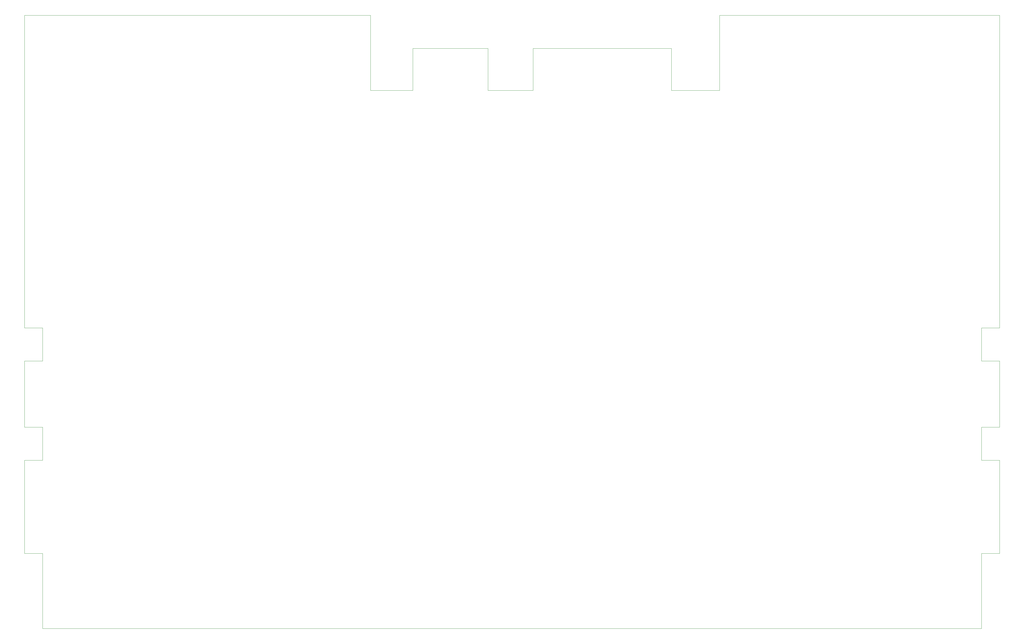
<source format=gm1>
G04 #@! TF.GenerationSoftware,KiCad,Pcbnew,(5.1.0)-1*
G04 #@! TF.CreationDate,2021-02-28T18:17:38+01:00*
G04 #@! TF.ProjectId,Atari 130XE,41746172-6920-4313-9330-58452e6b6963,rev?*
G04 #@! TF.SameCoordinates,Original*
G04 #@! TF.FileFunction,Profile,NP*
%FSLAX46Y46*%
G04 Gerber Fmt 4.6, Leading zero omitted, Abs format (unit mm)*
G04 Created by KiCad (PCBNEW (5.1.0)-1) date 2021-02-28 18:17:38*
%MOMM*%
%LPD*%
G04 APERTURE LIST*
%ADD10C,0.050000*%
G04 APERTURE END LIST*
D10*
X370888400Y-146875200D02*
X370888400Y-42875200D01*
X364888400Y-146875200D02*
X370888400Y-146875200D01*
X364888400Y-157875200D02*
X364888400Y-146875200D01*
X370888400Y-157875200D02*
X364888400Y-157875200D01*
X370888400Y-179875200D02*
X370888400Y-157875200D01*
X364888400Y-179875200D02*
X370888400Y-179875200D01*
X364888400Y-190875200D02*
X364888400Y-179875200D01*
X370888400Y-190875200D02*
X364888400Y-190875200D01*
X370888400Y-221875200D02*
X370888400Y-190875200D01*
X364888400Y-221875200D02*
X370888400Y-221875200D01*
X364888400Y-246875200D02*
X364888400Y-221875200D01*
X52888400Y-246875200D02*
X364888400Y-246875200D01*
X52888400Y-221875200D02*
X52888400Y-246875200D01*
X46888400Y-221875200D02*
X52888400Y-221875200D01*
X46888400Y-190875200D02*
X46888400Y-221875200D01*
X52888400Y-190875200D02*
X46888400Y-190875200D01*
X52888400Y-179875200D02*
X52888400Y-190875200D01*
X46888400Y-179875200D02*
X52888400Y-179875200D01*
X46888400Y-157875200D02*
X46888400Y-179875200D01*
X52888400Y-157875200D02*
X46888400Y-157875200D01*
X52888400Y-146875200D02*
X52888400Y-157875200D01*
X46888400Y-146875200D02*
X52888400Y-146875200D01*
X46888400Y-42875200D02*
X46888400Y-146875200D01*
X277888400Y-42875200D02*
X370888400Y-42875200D01*
X277888400Y-67875200D02*
X277888400Y-42875200D01*
X261888400Y-67875200D02*
X277888400Y-67875200D01*
X261888400Y-53875200D02*
X261888400Y-67875200D01*
X215888400Y-53875200D02*
X261888400Y-53875200D01*
X215888400Y-67875200D02*
X215888400Y-53875200D01*
X200888400Y-67875200D02*
X215888400Y-67875200D01*
X200888400Y-53875200D02*
X200888400Y-67875200D01*
X175888400Y-53875200D02*
X200888400Y-53875200D01*
X175888400Y-67875200D02*
X175888400Y-53875200D01*
X161888400Y-67875200D02*
X175888400Y-67875200D01*
X161888400Y-42875200D02*
X161888400Y-67875200D01*
X46888400Y-42875200D02*
X161888400Y-42875200D01*
M02*

</source>
